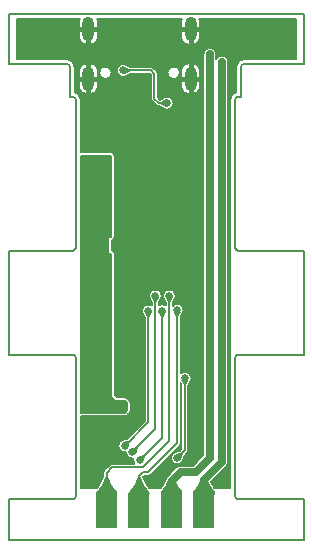
<source format=gbr>
G04 DesignSpark PCB PRO Gerber Version 10.0 Build 5299*
G04 #@! TF.Part,Single*
G04 #@! TF.FileFunction,Copper,L2,Bot*
G04 #@! TF.FilePolarity,Positive*
%FSLAX35Y35*%
%MOIN*%
G04 #@! TA.AperFunction,ComponentPad*
%ADD20O,0.03937X0.08268*%
G04 #@! TD.AperFunction*
%ADD13C,0.00500*%
%ADD12C,0.00602*%
%ADD10C,0.00787*%
%ADD15C,0.01500*%
G04 #@! TA.AperFunction,ViaPad*
%ADD16C,0.02362*%
G04 #@! TD.AperFunction*
%ADD11C,0.02500*%
G04 #@! TA.AperFunction,ViaPad*
%ADD17C,0.02677*%
%ADD14C,0.03200*%
G04 #@! TA.AperFunction,SMDPad,CuDef*
%AMT18*0 Offset Rectangle Pad at angle 180*4,1,4,0.03500,0.08311,-0.03500,0.08311,-0.03500,-0.03500,0.03500,-0.03500,0.03500,0.08311,0*%
%ADD18T18*%
G04 #@! TD.AperFunction*
X0Y0D02*
D02*
D10*
X5174Y15510D02*
Y28961D01*
X26530D01*
G75*
G03*
X27529Y29959I0J998D01*
G01*
Y76136D01*
G75*
G03*
X26530Y77135I-998J0D01*
G01*
X5174D01*
Y111829D01*
X26530D01*
G75*
G03*
X27529Y112828I0J998D01*
G01*
Y162126D01*
G75*
G03*
X26530Y163124I-998J0D01*
G01*
X25532D01*
Y173091D01*
G75*
G03*
X24533Y174090I-998J0D01*
G01*
X5174D01*
Y190706D01*
X103598D01*
Y174089D01*
X83690D01*
G75*
G03*
X82691Y173090I0J-999D01*
G01*
Y163124D01*
X81693D01*
G75*
G03*
X80695Y162126I0J-998D01*
G01*
Y112828D01*
G75*
G03*
X81693Y111830I998J0D01*
G01*
X103600D01*
Y77136D01*
X81693D01*
G75*
G03*
X80695Y76138I0J-998D01*
G01*
Y29959D01*
G75*
G03*
X81693Y28961I998J0D01*
G01*
X103600D01*
Y15510D01*
X5174D01*
X39246Y110860D02*
X38372D01*
Y116351D01*
X39246D01*
Y143433D01*
X29316D01*
Y112828D01*
G75*
G02*
X29276Y112356I-2785J0D01*
G01*
Y76607D01*
G75*
G02*
X29316Y76136I-2745J-471D01*
G01*
Y57819D01*
X43863D01*
X44612Y58567D01*
Y60939D01*
X43863Y61687D01*
X40743D01*
X39246Y63185D01*
Y110860D01*
G36*
X39246Y110860D02*
X38372D01*
Y116351D01*
X39246D01*
Y143433D01*
X29316D01*
Y112828D01*
G75*
G02*
X29276Y112356I-2785J0D01*
G01*
Y76607D01*
G75*
G02*
X29316Y76136I-2745J-471D01*
G01*
Y57819D01*
X43863D01*
X44612Y58567D01*
Y60939D01*
X43863Y61687D01*
X40743D01*
X39246Y63185D01*
Y110860D01*
G37*
D02*
D11*
X42615Y59566D02*
X32007D01*
X59512Y22750D02*
Y35058D01*
X62553Y38100D01*
X67466D01*
X72208Y42842D01*
Y104370D01*
X59512Y34958D02*
G75*
G02*
X57262Y31061I-8398J2250D01*
G01*
X61762D01*
G75*
G02*
X59512Y34958I6147J6147D01*
G01*
G36*
X59512Y34958D02*
G75*
G02*
X57262Y31061I-8398J2250D01*
G01*
X61762D01*
G75*
G02*
X59512Y34958I6147J6147D01*
G01*
G37*
X70312Y22750D02*
Y35479D01*
X76312Y41479D01*
Y43850D01*
X70312Y34958D02*
G75*
G02*
X68062Y31061I-8398J2250D01*
G01*
X72562D01*
G75*
G02*
X70312Y34958I6147J6147D01*
G01*
G36*
X70312Y34958D02*
G75*
G02*
X68062Y31061I-8398J2250D01*
G01*
X72562D01*
G75*
G02*
X70312Y34958I6147J6147D01*
G01*
G37*
X72208Y104370D02*
Y177259D01*
X76312Y85400D02*
Y43850D01*
Y174759D02*
Y85400D01*
D02*
D12*
X37912Y22750D02*
Y37851D01*
X39659Y39598D01*
X49979D01*
X58730Y48349D01*
Y86370D01*
X58715Y86385D01*
Y96757D01*
X37912Y36602D02*
G75*
G02*
X34713Y31061I-11939J3199D01*
G01*
X41111D01*
G75*
G02*
X37912Y36602I8739J8739D01*
G01*
G36*
X37912Y36602D02*
G75*
G02*
X34713Y31061I-11939J3199D01*
G01*
X41111D01*
G75*
G02*
X37912Y36602I8739J8739D01*
G01*
G37*
X43379Y171899D02*
X52614D01*
X53737Y170776D01*
Y162539D01*
X55235Y161041D01*
X57975D01*
Y161002D01*
X45270Y48227D02*
G75*
G03*
X44805Y46492I3006J-1735D01*
G01*
G75*
G03*
X43535Y47762I-1002J269D01*
G01*
G75*
G03*
X45270Y48227I0J3471D01*
G01*
G36*
X45270Y48227D02*
G75*
G03*
X44805Y46492I3006J-1735D01*
G01*
G75*
G03*
X43535Y47762I-1002J269D01*
G01*
G75*
G03*
X45270Y48227I0J3471D01*
G01*
G37*
X45454Y171899D02*
G75*
G03*
X43897Y171000I898J-3353D01*
G01*
G75*
G03*
Y172797I-519J898D01*
G01*
G75*
G03*
X45454Y171899I2455J2455D01*
G01*
G36*
X45454Y171899D02*
G75*
G03*
X43897Y171000I898J-3353D01*
G01*
G75*
G03*
Y172797I-519J898D01*
G01*
G75*
G03*
X45454Y171899I2455J2455D01*
G01*
G37*
X47891Y46056D02*
G75*
G03*
X47426Y44321I3006J-1735D01*
G01*
G75*
G03*
X46156Y45591I-1002J269D01*
G01*
G75*
G03*
X47891Y46056I0J3471D01*
G01*
G36*
X47891Y46056D02*
G75*
G03*
X47426Y44321I3006J-1735D01*
G01*
G75*
G03*
X46156Y45591I-1002J269D01*
G01*
G75*
G03*
X47891Y46056I0J3471D01*
G01*
G37*
X48712Y36602D02*
G75*
G02*
X45513Y31061I-11939J3199D01*
G01*
X51911D01*
G75*
G02*
X48712Y36602I8739J8739D01*
G01*
G36*
X48712Y36602D02*
G75*
G02*
X45513Y31061I-11939J3199D01*
G01*
X51911D01*
G75*
G02*
X48712Y36602I8739J8739D01*
G01*
G37*
X50293Y43406D02*
G75*
G03*
X49801Y41677I2979J-1782D01*
G01*
G75*
G03*
X48550Y42967I-998J284D01*
G01*
G75*
G03*
X50293Y43406I53J3471D01*
G01*
G36*
X50293Y43406D02*
G75*
G03*
X49801Y41677I2979J-1782D01*
G01*
G75*
G03*
X48550Y42967I-998J284D01*
G01*
G75*
G03*
X50293Y43406I53J3471D01*
G01*
G37*
X51722Y89685D02*
G75*
G03*
X50824Y91242I-3353J-898D01*
G01*
G75*
G03*
X52620I898J519D01*
G01*
G75*
G03*
X51722Y89685I2455J-2455D01*
G01*
G36*
X51722Y89685D02*
G75*
G03*
X50824Y91242I-3353J-898D01*
G01*
G75*
G03*
X52620I898J519D01*
G01*
G75*
G03*
X51722Y89685I2455J-2455D01*
G01*
G37*
Y91760D02*
Y54679D01*
X43803Y46760D01*
X54097Y94682D02*
G75*
G03*
X53199Y96239I-3353J-898D01*
G01*
G75*
G03*
X54996I898J519D01*
G01*
G75*
G03*
X54097Y94682I2455J-2455D01*
G01*
G36*
X54097Y94682D02*
G75*
G03*
X53199Y96239I-3353J-898D01*
G01*
G75*
G03*
X54996I898J519D01*
G01*
G75*
G03*
X54097Y94682I2455J-2455D01*
G01*
G37*
Y96757D02*
Y52262D01*
X46424Y44589D01*
X55901Y161041D02*
G75*
G03*
X57474Y161910I-836J3370D01*
G01*
G75*
G03*
X57440Y160114I502J-908D01*
G01*
G75*
G03*
X55901Y161041I-2500J-2409D01*
G01*
G36*
X55901Y161041D02*
G75*
G03*
X57474Y161910I-836J3370D01*
G01*
G75*
G03*
X57440Y160114I502J-908D01*
G01*
G75*
G03*
X55901Y161041I-2500J-2409D01*
G01*
G37*
X56344Y89690D02*
G75*
G03*
X55445Y91246I-3353J-898D01*
G01*
G75*
G03*
X57242I898J519D01*
G01*
G75*
G03*
X56344Y89690I2455J-2455D01*
G01*
G36*
X56344Y89690D02*
G75*
G03*
X55445Y91246I-3353J-898D01*
G01*
G75*
G03*
X57242I898J519D01*
G01*
G75*
G03*
X56344Y89690I2455J-2455D01*
G01*
G37*
Y91765D02*
Y49457D01*
X48848Y41961D01*
X48803D01*
X58715Y94682D02*
G75*
G03*
X57817Y96239I-3353J-898D01*
G01*
G75*
G03*
X59613I898J519D01*
G01*
G75*
G03*
X58715Y94682I2455J-2455D01*
G01*
G36*
X58715Y94682D02*
G75*
G03*
X57817Y96239I-3353J-898D01*
G01*
G75*
G03*
X59613I898J519D01*
G01*
G75*
G03*
X58715Y94682I2455J-2455D01*
G01*
G37*
X61336Y89815D02*
G75*
G03*
X60437Y91371I-3353J-898D01*
G01*
G75*
G03*
X62234I898J519D01*
G01*
G75*
G03*
X61336Y89815I2455J-2455D01*
G01*
G36*
X61336Y89815D02*
G75*
G03*
X60437Y91371I-3353J-898D01*
G01*
G75*
G03*
X62234I898J519D01*
G01*
G75*
G03*
X61336Y89815I2455J-2455D01*
G01*
G37*
Y91890D02*
Y47586D01*
X51726Y37976D01*
X49835D01*
X48712Y36853D01*
Y22750D01*
X62891Y44184D02*
G75*
G03*
X62426Y42449I3006J-1735D01*
G01*
G75*
G03*
X61156Y43719I-1002J269D01*
G01*
G75*
G03*
X62891Y44184I0J3471D01*
G01*
G36*
X62891Y44184D02*
G75*
G03*
X62426Y42449I3006J-1735D01*
G01*
G75*
G03*
X61156Y43719I-1002J269D01*
G01*
G75*
G03*
X62891Y44184I0J3471D01*
G01*
G37*
X63924Y67185D02*
G75*
G03*
X63026Y68742I-3353J-898D01*
G01*
G75*
G03*
X64823I898J519D01*
G01*
G75*
G03*
X63924Y67185I2455J-2455D01*
G01*
G36*
X63924Y67185D02*
G75*
G03*
X63026Y68742I-3353J-898D01*
G01*
G75*
G03*
X64823I898J519D01*
G01*
G75*
G03*
X63924Y67185I2455J-2455D01*
G01*
G37*
Y69260D02*
Y45217D01*
X61424Y42717D01*
D02*
D13*
X8059Y189062D02*
Y175733D01*
X24533D01*
G75*
G02*
X27176Y173091I0J-2642D01*
G01*
Y164688D01*
G75*
G02*
X29172Y162126I-645J-2562D01*
G01*
Y144672D01*
G75*
G02*
X29316Y144680I143J-1238D01*
G01*
X39246D01*
G75*
G02*
X40492Y143433I0J-1246D01*
G01*
Y116351D01*
G75*
G02*
X39619Y115162I-1246J0D01*
G01*
Y112049D01*
G75*
G02*
X40492Y110860I-373J-1189D01*
G01*
Y63701D01*
X41259Y62934D01*
X43863D01*
G75*
G02*
X44745Y62569I0J-1246D01*
G01*
X45493Y61820D01*
G75*
G02*
X45859Y60939I-881J-881D01*
G01*
Y58567D01*
G75*
G02*
X45493Y57686I-1246J0D01*
G01*
X44745Y56937D01*
G75*
G02*
X43863Y56572I-881J881D01*
G01*
X29316D01*
G75*
G02*
X29172Y56580I0J1246D01*
G01*
Y32859D01*
X34770D01*
G75*
G03*
X36758Y36757I-8797J6942D01*
G01*
Y37851D01*
G75*
G02*
X37098Y38668I1154J0D01*
G01*
X38842Y40413D01*
G75*
G02*
X39659Y40752I817J-814D01*
G01*
X46976D01*
G75*
G02*
X46659Y42411I1827J1209D01*
G01*
G75*
G02*
X44233Y44589I-235J2178D01*
G01*
G75*
G02*
Y44612I2179J11D01*
G01*
G75*
G02*
X41612Y46760I-430J2148D01*
G01*
G75*
G02*
X43919Y48948I2191J0D01*
G01*
G75*
G03*
X44573Y49162I-386J2289D01*
G01*
X50569Y55157D01*
Y89517D01*
G75*
G03*
X50257Y90131I-2202J-730D01*
G01*
G75*
G02*
X52944Y93579I1465J1629D01*
G01*
Y94514D01*
G75*
G03*
X52632Y95128I-2202J-730D01*
G01*
G75*
G02*
X51906Y96757I1465J1629D01*
G01*
G75*
G02*
X56288I2191J0D01*
G01*
G75*
G02*
X55561Y95127I-2191J0D01*
G01*
G75*
G03*
X55251Y94515I1886J-1341D01*
G01*
Y93664D01*
G75*
G02*
X57561Y93586I1093J-1899D01*
G01*
Y94514D01*
G75*
G03*
X57250Y95128I-2202J-730D01*
G01*
G75*
G02*
X56524Y96757I1465J1629D01*
G01*
G75*
G02*
X60906I2191J0D01*
G01*
G75*
G02*
X60179Y95127I-2191J0D01*
G01*
G75*
G03*
X59869Y94515I1886J-1341D01*
G01*
Y93517D01*
G75*
G02*
X63527Y91890I1467J-1627D01*
G01*
G75*
G02*
X62800Y90260I-2191J0D01*
G01*
G75*
G03*
X62489Y89648I1886J-1341D01*
G01*
Y70916D01*
G75*
G02*
X65388Y67630I1435J-1655D01*
G01*
G75*
G03*
X65078Y67019I1886J-1341D01*
G01*
Y45217D01*
G75*
G02*
X64739Y44400I-1154J0D01*
G01*
X63826Y43487D01*
G75*
G03*
X63612Y42833I2075J-1040D01*
G01*
G75*
G02*
X63615Y42717I-2185J-117D01*
G01*
G75*
G02*
X59233I-2191J0D01*
G01*
G75*
G02*
X61541Y44905I2191J0D01*
G01*
G75*
G03*
X62194Y45119I-386J2289D01*
G01*
X62771Y45695D01*
Y67017D01*
G75*
G03*
X62489Y67588I-2202J-730D01*
G01*
Y47586D01*
G75*
G02*
X62150Y46769I-1154J0D01*
G01*
X52543Y37162D01*
G75*
G02*
X51726Y36822I-817J814D01*
G01*
X50313D01*
X49953Y36463D01*
G75*
G03*
X51853Y32859I10698J3339D01*
G01*
X56067D01*
G75*
G03*
X57423Y35300I-4953J4349D01*
G01*
G75*
G02*
X58026Y36545I2089J-242D01*
G01*
X61066Y39586D01*
G75*
G02*
X62553Y40202I1487J-1486D01*
G01*
X66595D01*
X70106Y43713D01*
Y103754D01*
G75*
G02*
Y104987I2102J617D01*
G01*
Y176642D01*
G75*
G02*
X70017Y177259I2102J617D01*
G01*
G75*
G02*
X74399I2191J0D01*
G01*
G75*
G02*
X74311Y176642I-2191J0D01*
G01*
Y175650D01*
G75*
G02*
X78415Y174143I2002J-891D01*
G01*
Y86017D01*
G75*
G02*
Y84783I-2102J-617D01*
G01*
Y41479D01*
G75*
G02*
X77798Y39992I-2102J0D01*
G01*
X72583Y34777D01*
G75*
G03*
X73757Y32859I6127J2431D01*
G01*
X79051D01*
Y76138D01*
G75*
G02*
X79072Y76472I2644J0D01*
G01*
Y112494D01*
G75*
G02*
X79051Y112828I2622J335D01*
G01*
Y162126D01*
G75*
G02*
X81047Y164688I2642J0D01*
G01*
Y173090D01*
G75*
G02*
X83690Y175733I2643J0D01*
G01*
X100913D01*
Y189062D01*
X68761D01*
G75*
G02*
X69029Y187777I-2951J-1285D01*
G01*
Y183446D01*
G75*
G02*
X62592I-3219J0D01*
G01*
Y187777D01*
G75*
G02*
X62860Y189062I3219J0D01*
G01*
X34746D01*
G75*
G02*
X35013Y187777I-2951J-1285D01*
G01*
Y183446D01*
G75*
G02*
X28576I-3219J0D01*
G01*
Y187777D01*
G75*
G02*
X28844Y189062I3219J0D01*
G01*
X8059D01*
X35293Y171124D02*
G75*
G02*
X39557I2132J0D01*
G01*
G75*
G02*
X35293I-2132J0D01*
G01*
X56939Y162933D02*
G75*
G02*
X60166Y161002I1037J-1930D01*
G01*
G75*
G02*
X56870Y159111I-2191J0D01*
G01*
G75*
G02*
X56821Y159140I565J998D01*
G01*
G75*
G02*
X56319Y159568I1155J1863D01*
G01*
G75*
G03*
X55720Y159887I-1378J-1863D01*
G01*
X55235D01*
G75*
G02*
X54418Y160227I0J1154D01*
G01*
X52923Y161722D01*
G75*
G02*
X52584Y162539I814J817D01*
G01*
Y170298D01*
X52136Y170745D01*
X45620D01*
G75*
G03*
X45009Y170435I729J-2196D01*
G01*
G75*
G02*
X41188Y171899I-1630J1464D01*
G01*
G75*
G02*
X45009Y173363I2191J0D01*
G01*
G75*
G03*
X45620Y173052I1341J1886D01*
G01*
X52614D01*
G75*
G02*
X53431Y172713I0J-1154D01*
G01*
X54552Y171593D01*
G75*
G02*
X54891Y170776I-814J-817D01*
G01*
Y163017D01*
X55713Y162194D01*
X55745D01*
G75*
G03*
X56373Y162497I-680J2215D01*
G01*
G75*
G02*
X56893Y162907I1603J-1494D01*
G01*
G75*
G02*
X56939Y162933I578J-994D01*
G01*
X58049Y171124D02*
G75*
G02*
X62313I2132J0D01*
G01*
G75*
G02*
X58049I-2132J0D01*
G01*
X62592Y171320D02*
G75*
G02*
X69029I3219J0D01*
G01*
Y166989D01*
G75*
G02*
X62592I-3219J0D01*
G01*
Y171320D01*
X28576D02*
G75*
G02*
X35013I3219J0D01*
G01*
Y166989D01*
G75*
G02*
X28576I-3219J0D01*
G01*
Y171320D01*
X27176Y171124D02*
G36*
X27176Y171124D02*
Y164688D01*
G75*
G02*
X29172Y162126I-645J-2562D01*
G01*
Y144672D01*
G75*
G02*
X29316Y144680I140J-1185D01*
G01*
X39246D01*
G75*
G02*
X40492Y143434I0J-1246D01*
G01*
Y143433D01*
Y116351D01*
Y116351D01*
G75*
G02*
X39619Y115162I-1246J0D01*
G01*
Y112049D01*
G75*
G02*
X40492Y110860I-372J-1189D01*
G01*
Y110860D01*
Y63701D01*
X41259Y62934D01*
X43863D01*
G75*
G02*
X44745Y62569I0J-1245D01*
G01*
X45493Y61820D01*
G75*
G02*
X45859Y60939I-880J-881D01*
G01*
Y60939D01*
Y58567D01*
Y58567D01*
G75*
G02*
X45493Y57686I-1245J0D01*
G01*
X44745Y56937D01*
G75*
G02*
X43863Y56572I-881J880D01*
G01*
X29316D01*
G75*
G02*
X29172Y56580I-4J1193D01*
G01*
Y33109D01*
X34962D01*
G75*
G03*
X36758Y36757I-8999J6696D01*
G01*
Y37851D01*
G75*
G02*
X37098Y38668I1154J0D01*
G01*
X38842Y40413D01*
G75*
G02*
X39659Y40752I817J-814D01*
G01*
X46976D01*
G75*
G02*
X46612Y41961I1826J1209D01*
G01*
G75*
G02*
X46659Y42411I2191J0D01*
G01*
G75*
G02*
X44233Y44589I-234J2179D01*
G01*
Y44612D01*
G75*
G02*
X41612Y46760I-430J2148D01*
G01*
G75*
G02*
X43919Y48948I2191J0D01*
G01*
G75*
G03*
X44573Y49162I-389J2298D01*
G01*
X50569Y55157D01*
Y89517D01*
G75*
G03*
X50257Y90131I-2201J-730D01*
G01*
G75*
G02*
X49531Y91760I1465J1629D01*
G01*
G75*
G02*
X52944Y93579I2191J0D01*
G01*
Y94514D01*
G75*
G03*
X52632Y95128I-2201J-730D01*
G01*
G75*
G02*
X51906Y96757I1466J1630D01*
G01*
G75*
G02*
X56288I2191J0D01*
G01*
G75*
G02*
X55561Y95127I-2191J0D01*
G01*
G75*
G03*
X55251Y94515I1889J-1342D01*
G01*
Y93664D01*
G75*
G02*
X57561Y93586I1093J-1898D01*
G01*
Y94514D01*
G75*
G03*
X57250Y95128I-2201J-730D01*
G01*
G75*
G02*
X56524Y96757I1466J1630D01*
G01*
G75*
G02*
X60906I2191J0D01*
G01*
G75*
G02*
X60179Y95127I-2191J0D01*
G01*
G75*
G03*
X59869Y94515I1889J-1342D01*
G01*
Y93517D01*
G75*
G02*
X63527Y91890I1467J-1627D01*
G01*
G75*
G02*
X62800Y90260I-2191J0D01*
G01*
G75*
G03*
X62489Y89648I1889J-1342D01*
G01*
Y70916D01*
G75*
G02*
X66115Y69260I1435J-1656D01*
G01*
G75*
G02*
X65388Y67630I-2191J0D01*
G01*
G75*
G03*
X65078Y67019I1889J-1342D01*
G01*
Y45217D01*
G75*
G02*
X64739Y44400I-1154J0D01*
G01*
X63826Y43487D01*
G75*
G03*
X63612Y42833I2085J-1043D01*
G01*
G75*
G02*
X63615Y42718I-2126J-116D01*
G01*
Y42717D01*
G75*
G02*
X59233I-2191J0D01*
G01*
G75*
G02*
X61541Y44905I2191J0D01*
G01*
G75*
G03*
X62194Y45119I-389J2298D01*
G01*
X62771Y45695D01*
Y67017D01*
G75*
G03*
X62489Y67588I-2189J-724D01*
G01*
Y47586D01*
G75*
G02*
X62150Y46769I-1154J0D01*
G01*
X52543Y37162D01*
G75*
G02*
X51726Y36822I-817J814D01*
G01*
X50313D01*
X49953Y36463D01*
G75*
G03*
X51661Y33109I10693J3336D01*
G01*
X56276D01*
G75*
G03*
X57423Y35300I-5153J4094D01*
G01*
G75*
G02*
X58026Y36545I2086J-241D01*
G01*
X61066Y39586D01*
G75*
G02*
X62553Y40202I1488J-1488D01*
G01*
X66595D01*
X70106Y43713D01*
Y103754D01*
G75*
G02*
X70017Y104370I2101J617D01*
G01*
G75*
G02*
X70106Y104987I2190J0D01*
G01*
Y171124D01*
X69029D01*
Y166989D01*
G75*
G02*
X62592I-3219J0D01*
G01*
Y171124D01*
X62313D01*
G75*
G02*
X58049I-2132J0D01*
G01*
X54837D01*
G75*
G02*
X54891Y170776I-1100J-348D01*
G01*
Y163017D01*
X55713Y162194D01*
X55745D01*
G75*
G03*
X56373Y162497I-681J2218D01*
G01*
G75*
G02*
X56893Y162907I1593J-1481D01*
G01*
G75*
G02*
X56939Y162933I499J-851D01*
G01*
G75*
G02*
X60166Y161002I1037J-1931D01*
G01*
G75*
G02*
X56870Y159111I-2191J0D01*
G01*
G75*
G02*
X56821Y159140I760J1322D01*
G01*
G75*
G02*
X56319Y159568I1159J1867D01*
G01*
G75*
G03*
X55720Y159887I-1383J-1873D01*
G01*
X55235D01*
G75*
G02*
X54418Y160227I0J1154D01*
G01*
X52923Y161722D01*
G75*
G02*
X52584Y162539I814J817D01*
G01*
Y170298D01*
X52136Y170745D01*
X45620D01*
G75*
G03*
X45009Y170435I730J-2199D01*
G01*
G75*
G02*
X41329Y171124I-1630J1464D01*
G01*
X39557D01*
G75*
G02*
X35293I-2132J0D01*
G01*
X35013D01*
Y166989D01*
G75*
G02*
X28576I-3219J0D01*
G01*
Y171124D01*
X27176D01*
G37*
X72583Y34777D02*
G36*
X72583Y34777D02*
G75*
G03*
X73548Y33109I6128J2433D01*
G01*
X79051D01*
Y76138D01*
G75*
G02*
X79072Y76472I2741J-6D01*
G01*
Y112494D01*
G75*
G02*
X79051Y112828I2720J341D01*
G01*
Y162126D01*
G75*
G02*
X81047Y164688I2642J0D01*
G01*
Y171124D01*
X78415D01*
Y86017D01*
G75*
G02*
X78503Y85400I-2101J-617D01*
G01*
G75*
G02*
X78415Y84783I-2190J0D01*
G01*
Y41479D01*
G75*
G02*
X77798Y39992I-2104J1D01*
G01*
X72583Y34777D01*
G37*
X8309Y188812D02*
G36*
X8309Y188812D02*
Y175733D01*
X24533D01*
G75*
G02*
X27176Y173091I0J-2642D01*
G01*
Y171124D01*
X28576D01*
Y171320D01*
G75*
G02*
X35013I3219J0D01*
G01*
Y171124D01*
X35293D01*
G75*
G02*
X39557I2132J0D01*
G01*
X41329D01*
G75*
G02*
X41188Y171899I2050J774D01*
G01*
G75*
G02*
X45009Y173363I2191J0D01*
G01*
G75*
G03*
X45620Y173052I1342J1889D01*
G01*
X52614D01*
G75*
G02*
X53431Y172713I0J-1154D01*
G01*
X54552Y171593D01*
G75*
G02*
X54837Y171124I-814J-817D01*
G01*
X58049D01*
G75*
G02*
X62313I2132J0D01*
G01*
X62592D01*
Y171320D01*
G75*
G02*
X69029I3219J0D01*
G01*
Y171124D01*
X70106D01*
Y176642D01*
G75*
G02*
X70017Y177259I2119J619D01*
G01*
G75*
G02*
X74399I2191J0D01*
G01*
G75*
G02*
X74311Y176642I-2208J3D01*
G01*
Y175650D01*
G75*
G02*
X78503Y174759I2002J-891D01*
G01*
G75*
G02*
X78415Y174143I-2191J0D01*
G01*
Y171124D01*
X81047D01*
Y173090D01*
Y173090D01*
G75*
G02*
X83690Y175733I2643J0D01*
G01*
X100663D01*
Y188812D01*
X68858D01*
G75*
G02*
X69029Y187777I-3051J-1035D01*
G01*
Y183446D01*
G75*
G02*
X62592I-3219J0D01*
G01*
Y187777D01*
G75*
G02*
X62763Y188812I3222J0D01*
G01*
X34843D01*
G75*
G02*
X35013Y187777I-3051J-1035D01*
G01*
Y183446D01*
G75*
G02*
X28576I-3219J0D01*
G01*
Y187777D01*
G75*
G02*
X28747Y188812I3222J0D01*
G01*
X8309D01*
G37*
D02*
D14*
X31647Y139814D03*
X31757Y85899D03*
X32007Y59566D03*
X36375Y139814D03*
X42615Y59566D03*
D02*
D15*
X31795Y169156D02*
X35040D01*
X36205Y167991D01*
Y162190D01*
X36140Y162126D01*
X31795Y169156D02*
X28779D01*
X31795D02*
Y162483D01*
X32152Y162126D01*
X36140D01*
X31795Y185613D02*
Y169156D01*
Y185613D02*
X38131D01*
X38779Y184965D01*
X31795Y185613D02*
X24308D01*
X24284Y185589D01*
X65811Y169156D02*
X62529D01*
X61350Y167978D01*
Y162250D01*
X65811Y169156D02*
Y162842D01*
X65219Y162250D01*
X61350D01*
X65811Y169156D02*
Y185613D01*
Y169156D02*
X68779D01*
X65811Y185613D02*
X79399D01*
X80029Y184983D01*
X65811Y185613D02*
X59354D01*
X58803Y185061D01*
D02*
D16*
X43628Y133795D03*
Y142531D03*
Y151268D03*
Y160129D03*
X49979Y123964D03*
X49993Y133795D03*
Y142531D03*
Y151268D03*
Y160129D03*
D02*
D17*
X24284Y185589D03*
X36140Y162126D03*
X38779Y184965D03*
X41991Y85400D03*
Y95384D03*
Y105369D03*
X42615Y65431D03*
X43379Y171899D03*
X43803Y46760D03*
X46424Y44589D03*
X47732Y61063D03*
X48731Y85525D03*
Y95384D03*
X48803Y41961D03*
Y185061D03*
X48856Y105369D03*
X51722Y91760D03*
X54097Y96757D03*
X55029Y142483D03*
X55096Y132483D03*
X56344Y91765D03*
X57975Y161002D03*
X58715Y96757D03*
X58803Y185061D03*
X61336Y91890D03*
X61350Y162250D03*
X61424Y42717D03*
X63924Y69260D03*
X66578Y65431D03*
X66702Y52826D03*
X67529Y132483D03*
Y142483D03*
X67576Y122467D03*
X68949Y85400D03*
Y95509D03*
X72208Y104370D03*
Y177259D03*
X76312Y85400D03*
Y174759D03*
X80029Y184983D03*
X90029D03*
D02*
D18*
X37912Y22750D03*
X48712D03*
X59512D03*
X70312D03*
D02*
D20*
X31795Y169156D03*
Y185613D03*
X65811Y169156D03*
Y185613D03*
X0Y0D02*
M02*

</source>
